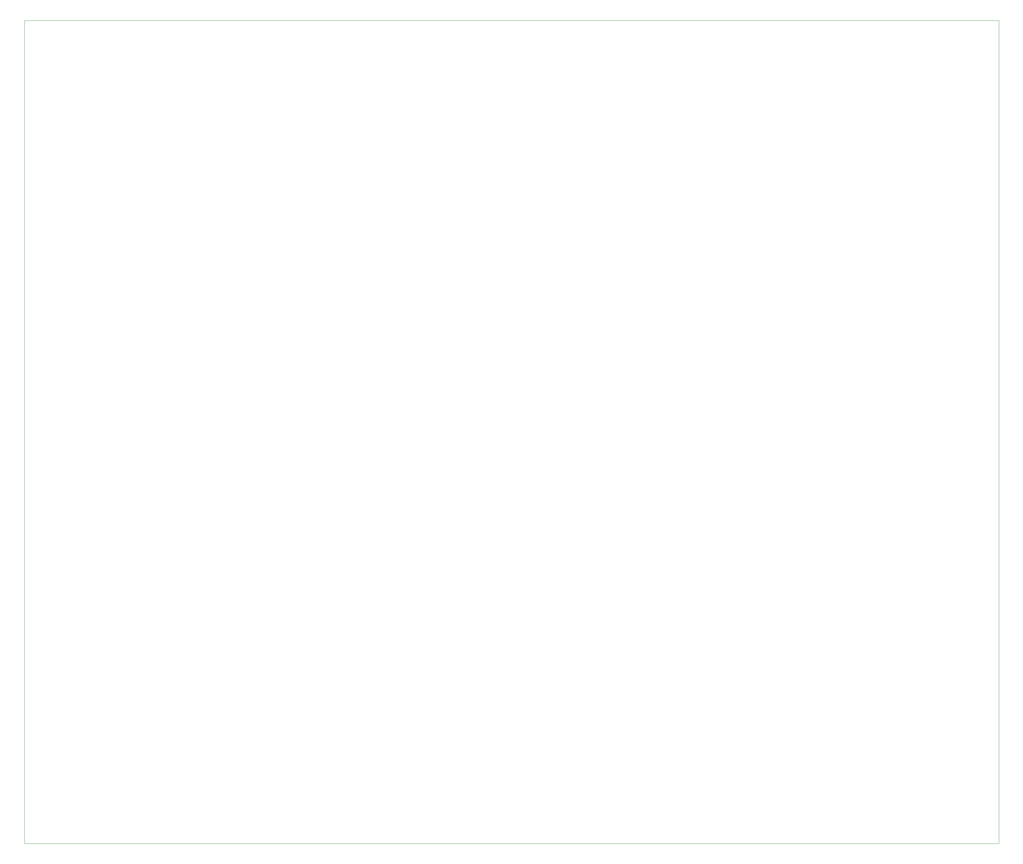
<source format=gbr>
%FSLAX34Y34*%
%MOMM*%
%LNOUTLINE*%
G71*
G01*
%ADD10C, 0.002*%
%LPD*%
G54D10*
X0Y1000000D02*
X2700000Y1000000D01*
X2700000Y-1280000D01*
X0Y-1280000D01*
X0Y1000000D01*
M02*

</source>
